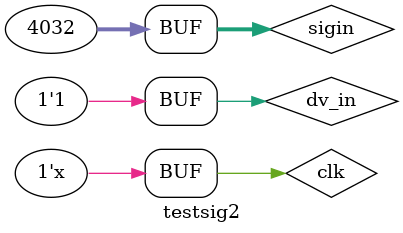
<source format=v>
`timescale 1ns / 1ps


module testsig2;

	// Inputs
	reg clk;
	reg dv_in;
	reg [31:0] sigin;

	// Outputs
	wire dv_out;
	wire [10:0] sigout;
	parameter STEP = 20;
	parameter STEP_half=10;
	always begin
		#STEP_half;
		clk<=~clk;
	end
	// Instantiate the Unit Under Test (UUT)
	sigmoid2 uut (
		.clk(clk), 
		.dv_in(dv_in), 
		.dv_out(dv_out), 
		.sigin(sigin), 
		.sigout(sigout)
	);

	initial begin
		// Initialize Inputs
		clk = 0;
		dv_in = 0;
		sigin = 0;

		// Wait 100 ns for global reset to finish
		#100;
		dv_in = 1;
		sigin = 4032;
        
		// Add stimulus here

	end
      
endmodule


</source>
